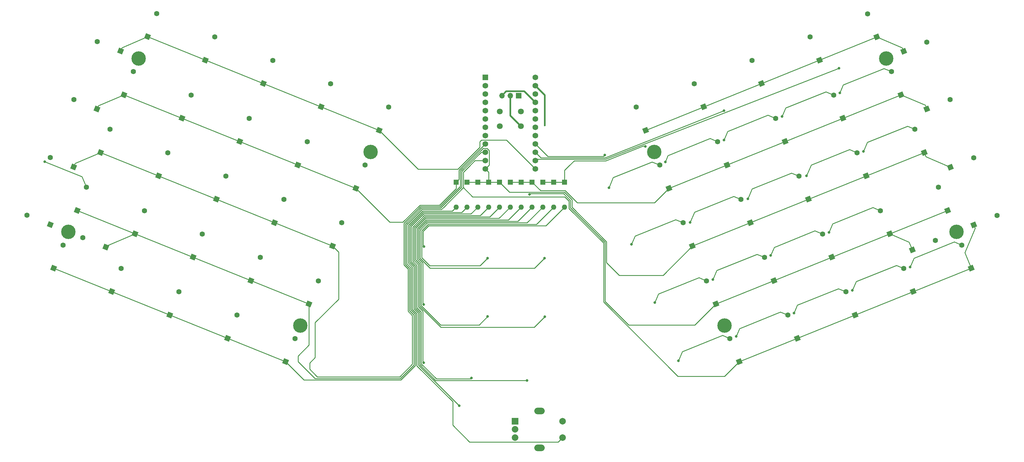
<source format=gtl>
G04 #@! TF.GenerationSoftware,KiCad,Pcbnew,8.0.2*
G04 #@! TF.CreationDate,2024-05-12T11:37:13+02:00*
G04 #@! TF.ProjectId,pterodactyl,70746572-6f64-4616-9374-796c2e6b6963,rev?*
G04 #@! TF.SameCoordinates,Original*
G04 #@! TF.FileFunction,Copper,L1,Top*
G04 #@! TF.FilePolarity,Positive*
%FSLAX46Y46*%
G04 Gerber Fmt 4.6, Leading zero omitted, Abs format (unit mm)*
G04 Created by KiCad (PCBNEW 8.0.2) date 2024-05-12 11:37:13*
%MOMM*%
%LPD*%
G01*
G04 APERTURE LIST*
G04 Aperture macros list*
%AMHorizOval*
0 Thick line with rounded ends*
0 $1 width*
0 $2 $3 position (X,Y) of the first rounded end (center of the circle)*
0 $4 $5 position (X,Y) of the second rounded end (center of the circle)*
0 Add line between two ends*
20,1,$1,$2,$3,$4,$5,0*
0 Add two circle primitives to create the rounded ends*
1,1,$1,$2,$3*
1,1,$1,$4,$5*%
%AMRotRect*
0 Rectangle, with rotation*
0 The origin of the aperture is its center*
0 $1 length*
0 $2 width*
0 $3 Rotation angle, in degrees counterclockwise*
0 Add horizontal line*
21,1,$1,$2,0,0,$3*%
G04 Aperture macros list end*
G04 #@! TA.AperFunction,ComponentPad*
%ADD10R,1.752600X1.752600*%
G04 #@! TD*
G04 #@! TA.AperFunction,ComponentPad*
%ADD11C,1.752600*%
G04 #@! TD*
G04 #@! TA.AperFunction,ComponentPad*
%ADD12RotRect,1.600000X1.600000X68.000000*%
G04 #@! TD*
G04 #@! TA.AperFunction,ComponentPad*
%ADD13HorizOval,1.600000X0.000000X0.000000X0.000000X0.000000X0*%
G04 #@! TD*
G04 #@! TA.AperFunction,ComponentPad*
%ADD14RotRect,1.600000X1.600000X112.000000*%
G04 #@! TD*
G04 #@! TA.AperFunction,ComponentPad*
%ADD15HorizOval,1.600000X0.000000X0.000000X0.000000X0.000000X0*%
G04 #@! TD*
G04 #@! TA.AperFunction,ComponentPad*
%ADD16R,1.700000X1.700000*%
G04 #@! TD*
G04 #@! TA.AperFunction,ComponentPad*
%ADD17O,1.700000X1.700000*%
G04 #@! TD*
G04 #@! TA.AperFunction,ComponentPad*
%ADD18R,1.600000X1.600000*%
G04 #@! TD*
G04 #@! TA.AperFunction,ComponentPad*
%ADD19O,1.600000X1.600000*%
G04 #@! TD*
G04 #@! TA.AperFunction,ComponentPad*
%ADD20RotRect,1.600000X1.600000X22.000000*%
G04 #@! TD*
G04 #@! TA.AperFunction,ComponentPad*
%ADD21HorizOval,1.600000X0.000000X0.000000X0.000000X0.000000X0*%
G04 #@! TD*
G04 #@! TA.AperFunction,ComponentPad*
%ADD22RotRect,1.600000X1.600000X158.000000*%
G04 #@! TD*
G04 #@! TA.AperFunction,ComponentPad*
%ADD23HorizOval,1.600000X0.000000X0.000000X0.000000X0.000000X0*%
G04 #@! TD*
G04 #@! TA.AperFunction,ComponentPad*
%ADD24C,4.400000*%
G04 #@! TD*
G04 #@! TA.AperFunction,WasherPad*
%ADD25O,3.200000X2.000000*%
G04 #@! TD*
G04 #@! TA.AperFunction,ComponentPad*
%ADD26R,2.000000X2.000000*%
G04 #@! TD*
G04 #@! TA.AperFunction,ComponentPad*
%ADD27C,2.000000*%
G04 #@! TD*
G04 #@! TA.AperFunction,ComponentPad*
%ADD28C,1.800000*%
G04 #@! TD*
G04 #@! TA.AperFunction,ViaPad*
%ADD29C,0.600000*%
G04 #@! TD*
G04 #@! TA.AperFunction,ViaPad*
%ADD30C,0.800000*%
G04 #@! TD*
G04 #@! TA.AperFunction,Conductor*
%ADD31C,0.250000*%
G04 #@! TD*
G04 #@! TA.AperFunction,Conductor*
%ADD32C,0.508000*%
G04 #@! TD*
G04 APERTURE END LIST*
D10*
X193703455Y-83071431D03*
D11*
X193703455Y-85611431D03*
X193703455Y-88151431D03*
X193703455Y-90691431D03*
X193703455Y-93231431D03*
X193703455Y-95771431D03*
X193703455Y-98311431D03*
X193703455Y-100851431D03*
X193703455Y-103391431D03*
X193703455Y-105931431D03*
X193703455Y-108471431D03*
X208943455Y-111011431D03*
X208943455Y-108471431D03*
X208943455Y-105931431D03*
X208943455Y-103391431D03*
X208943455Y-100851431D03*
X208943455Y-98311431D03*
X208943455Y-95771431D03*
X208943455Y-93231431D03*
X208943455Y-90691431D03*
X208943455Y-88151431D03*
X208943455Y-85611431D03*
X193703455Y-111011431D03*
X208943455Y-83071431D03*
D12*
X90716236Y-70674026D03*
D13*
X93570738Y-63608885D03*
D14*
X313023542Y-70744577D03*
D15*
X310169040Y-63679436D03*
D16*
X203848455Y-88640000D03*
D17*
X201308455Y-88640000D03*
X198768455Y-88640000D03*
D14*
X327472682Y-105998919D03*
D15*
X324618180Y-98933778D03*
D14*
X292146977Y-120271430D03*
D15*
X289292475Y-113206289D03*
D18*
X217823451Y-115061431D03*
D19*
X217823451Y-122681431D03*
D14*
X341745193Y-141324624D03*
D15*
X338890691Y-134259483D03*
D12*
X118883209Y-102665021D03*
D13*
X121737711Y-95599880D03*
D14*
X263976258Y-152253152D03*
D15*
X261121756Y-145188011D03*
D12*
X139940149Y-152253966D03*
D13*
X142794651Y-145188825D03*
D12*
X126041941Y-84946539D03*
D13*
X128896443Y-77881398D03*
D12*
X122277295Y-145117710D03*
D13*
X125131797Y-138052569D03*
D12*
X115159769Y-162734204D03*
D13*
X118014271Y-155669063D03*
D14*
X288756636Y-162733391D03*
D15*
X285902134Y-155668250D03*
D14*
X295537319Y-77809470D03*
D15*
X292682817Y-70744329D03*
D20*
X342578911Y-128132145D03*
D21*
X349644052Y-125277643D03*
D12*
X62171214Y-141325438D03*
D13*
X65025716Y-134260297D03*
D14*
X299301962Y-137980641D03*
D15*
X296447460Y-130915500D03*
D22*
X78055062Y-134887292D03*
D23*
X70989921Y-132032790D03*
D14*
X274484124Y-127407686D03*
D15*
X271629622Y-120342545D03*
D24*
X137287761Y-158818856D03*
D12*
X161367646Y-99219050D03*
D13*
X164222148Y-92153909D03*
D14*
X277874466Y-84945726D03*
D15*
X275019964Y-77880585D03*
D12*
X83557502Y-88392511D03*
D13*
X86412004Y-81327370D03*
D18*
X188123458Y-115061431D03*
D19*
X188123458Y-122681431D03*
D20*
X323797412Y-135720364D03*
D21*
X330862553Y-132865862D03*
D22*
X68201550Y-110424343D03*
D23*
X61136409Y-107569841D03*
D14*
X316964815Y-130844386D03*
D15*
X314110313Y-123779245D03*
D20*
X328273097Y-92724013D03*
D21*
X335338238Y-89869511D03*
D24*
X88045117Y-77285275D03*
D12*
X143704793Y-92082794D03*
D13*
X146559295Y-85017653D03*
D12*
X97496919Y-155597949D03*
D13*
X100351421Y-148532808D03*
D24*
X158696526Y-105830299D03*
D18*
X201323454Y-115061431D03*
D19*
X201323454Y-122681431D03*
D14*
X302696050Y-95527952D03*
D15*
X299841548Y-88462811D03*
D22*
X75356536Y-92715131D03*
D23*
X68291395Y-89860629D03*
D18*
X204623453Y-115061431D03*
D19*
X204623453Y-122681431D03*
D22*
X61087598Y-128031991D03*
D23*
X54022457Y-125177489D03*
D14*
X267370345Y-109800464D03*
D15*
X264515843Y-102735323D03*
D14*
X256821273Y-134543942D03*
D15*
X253966771Y-127478801D03*
D12*
X101220357Y-95528767D03*
D13*
X104074859Y-88463626D03*
D25*
X210252205Y-184951431D03*
X210252205Y-196151431D03*
D26*
X202752205Y-188051431D03*
D27*
X202752205Y-193051431D03*
X202752205Y-190551431D03*
X217252205Y-193051431D03*
X217252205Y-188051431D03*
D12*
X147095135Y-134544755D03*
D13*
X149949637Y-127479614D03*
D12*
X76443724Y-105999731D03*
D13*
X79298226Y-98934590D03*
D12*
X79834064Y-148461692D03*
D13*
X82688566Y-141396551D03*
D14*
X285033197Y-102664208D03*
D15*
X282178695Y-95599067D03*
D18*
X211223451Y-115061431D03*
D19*
X211223451Y-122681431D03*
D12*
X132822623Y-169870460D03*
D13*
X135677125Y-162805319D03*
D12*
X108379089Y-77810284D03*
D13*
X111233591Y-70745143D03*
D12*
X69288737Y-123708944D03*
D13*
X72143239Y-116643803D03*
D14*
X260211613Y-92081982D03*
D15*
X257357111Y-85016841D03*
D18*
X184823459Y-115061431D03*
D19*
X184823459Y-122681431D03*
D24*
X245219878Y-105829486D03*
D18*
X194723456Y-115061431D03*
D19*
X194723456Y-122681431D03*
D28*
X198073455Y-93521431D03*
X204573455Y-98021431D03*
X198073455Y-98021431D03*
X204573455Y-93521431D03*
D18*
X207923452Y-115061431D03*
D19*
X207923452Y-122681431D03*
D24*
X315871289Y-77284464D03*
X266628646Y-158818043D03*
D12*
X129432281Y-127408499D03*
D13*
X132286783Y-120343358D03*
D18*
X191423457Y-115061431D03*
D19*
X191423457Y-122681431D03*
D12*
X136546061Y-109801278D03*
D13*
X139400563Y-102736137D03*
D14*
X249707492Y-116936720D03*
D15*
X246852990Y-109871579D03*
D14*
X324082341Y-148460880D03*
D15*
X321227839Y-141395739D03*
D18*
X214523450Y-115061431D03*
D19*
X214523450Y-122681431D03*
D14*
X309809829Y-113135175D03*
D15*
X306955327Y-106070034D03*
D12*
X104614445Y-137981456D03*
D13*
X107468947Y-130916315D03*
D12*
X94106576Y-113135988D03*
D13*
X96961078Y-106070847D03*
D20*
X335442655Y-110469292D03*
D21*
X342507796Y-107614790D03*
D18*
X198023455Y-115061431D03*
D19*
X198023455Y-122681431D03*
D14*
X242548761Y-99218237D03*
D15*
X239694259Y-92153096D03*
D14*
X271093784Y-169869646D03*
D15*
X268239282Y-162804505D03*
D22*
X82496365Y-75043434D03*
D23*
X75431224Y-72188932D03*
D24*
X66636350Y-130273833D03*
D14*
X306419489Y-155597135D03*
D15*
X303564987Y-148531994D03*
D20*
X321170144Y-75143587D03*
D21*
X328235285Y-72289085D03*
D12*
X111769431Y-120272244D03*
D13*
X114623933Y-113207103D03*
D12*
X86951591Y-130845199D03*
D13*
X89806093Y-123780058D03*
D12*
X154208913Y-116937532D03*
D13*
X157063415Y-109872391D03*
D14*
X320358903Y-88391697D03*
D15*
X317504401Y-81326556D03*
D14*
X281639111Y-145116897D03*
D15*
X278784609Y-138051756D03*
D14*
X334627668Y-123708130D03*
D15*
X331773166Y-116642989D03*
D24*
X337280055Y-130273022D03*
D29*
X211792954Y-97737046D03*
D30*
X230100000Y-106800000D03*
X266400000Y-93200000D03*
X301500000Y-80300000D03*
X242500000Y-104200000D03*
X207200000Y-118825000D03*
X175000000Y-134700000D03*
X194423451Y-138271431D03*
X211723451Y-138271431D03*
X231344601Y-116801173D03*
X248531230Y-108886643D03*
X266427745Y-102195249D03*
X284136957Y-95040263D03*
X301715989Y-87830019D03*
X174900000Y-152400000D03*
X194423451Y-156071431D03*
X211823451Y-156171431D03*
X238219566Y-134084253D03*
X256116080Y-127392859D03*
X273695113Y-120182615D03*
X291571964Y-113175605D03*
X308945897Y-105724667D03*
X174900000Y-170200000D03*
X189489555Y-174865331D03*
X206397055Y-175590331D03*
X185719705Y-183357973D03*
X59456700Y-108815820D03*
X245374551Y-151793465D03*
X263028505Y-144768658D03*
X280662796Y-137428235D03*
X298409468Y-130365967D03*
X252566998Y-169595395D03*
X270163828Y-162162253D03*
X287780321Y-155044728D03*
X305564454Y-148075179D03*
X323180947Y-140957654D03*
D31*
X171475000Y-155788040D02*
X170125000Y-154438040D01*
X142510000Y-174540000D02*
X167587208Y-174540000D01*
X141952517Y-173982517D02*
X142510000Y-174540000D01*
X140160000Y-170259339D02*
X140160000Y-172177483D01*
X141952517Y-173970000D02*
X141952517Y-173982517D01*
X141844989Y-157925011D02*
X141844989Y-168574350D01*
X194230131Y-104730131D02*
X194904755Y-105404755D01*
X167587208Y-174540000D02*
X171475000Y-170652208D01*
X148981243Y-136430863D02*
X148981243Y-150788757D01*
X148981243Y-150788757D02*
X141844989Y-157925011D01*
X168875000Y-127646734D02*
X174000303Y-122521431D01*
X171475000Y-170652208D02*
X171475000Y-155788040D01*
X140160000Y-172177483D02*
X141952517Y-173970000D01*
X141844989Y-168574350D02*
X140160000Y-170259339D01*
X147095135Y-134544755D02*
X148981243Y-136430863D01*
X186098458Y-116350182D02*
X186098458Y-111627240D01*
X170125000Y-154438040D02*
X170125000Y-141561752D01*
X170125000Y-141561752D02*
X168875000Y-140311752D01*
X168875000Y-140311752D02*
X168875000Y-127646734D01*
X174000303Y-122521431D02*
X179927209Y-122521431D01*
X179927209Y-122521431D02*
X186098458Y-116350182D01*
X186098458Y-111627240D02*
X192995567Y-104730131D01*
X192995567Y-104730131D02*
X194230131Y-104730131D01*
X194904755Y-105404755D02*
X194904755Y-109810131D01*
X194904755Y-109810131D02*
X193703455Y-111011431D01*
X186998458Y-116722974D02*
X181060716Y-122660716D01*
X181060716Y-122660716D02*
X180300000Y-123421431D01*
X172375000Y-171025000D02*
X167950000Y-175450000D01*
X180300000Y-123421431D02*
X174373095Y-123421431D01*
X169775000Y-128019526D02*
X169775000Y-139938960D01*
X138402163Y-175450000D02*
X132822623Y-169870460D01*
X174373095Y-123421431D02*
X169775000Y-128019526D01*
X169775000Y-139938960D02*
X171025000Y-141188960D01*
X172375000Y-155415248D02*
X172375000Y-171025000D01*
X171025000Y-141188960D02*
X171025000Y-154065248D01*
X171025000Y-154065248D02*
X172375000Y-155415248D01*
X167950000Y-175450000D02*
X138402163Y-175450000D01*
X174186699Y-122971431D02*
X180113605Y-122971431D01*
X169325000Y-140125356D02*
X169325000Y-127833130D01*
X192430663Y-105931431D02*
X193703455Y-105931431D01*
X170575000Y-141375356D02*
X169325000Y-140125356D01*
X186548458Y-111813636D02*
X192430663Y-105931431D01*
X170575000Y-154251644D02*
X170575000Y-141375356D01*
X186548458Y-116536578D02*
X186548458Y-111813636D01*
X171925000Y-155601644D02*
X170575000Y-154251644D01*
X171925000Y-170838604D02*
X171925000Y-155601644D01*
X167763604Y-175000000D02*
X171925000Y-170838604D01*
X139940149Y-152253966D02*
X139940149Y-164814303D01*
X141791871Y-175000000D02*
X167763604Y-175000000D01*
X136615065Y-169823194D02*
X141791871Y-175000000D01*
X136615065Y-168139387D02*
X136615065Y-169823194D01*
X139940149Y-164814303D02*
X136615065Y-168139387D01*
X169325000Y-127833130D02*
X174186699Y-122971431D01*
X180113605Y-122971431D02*
X186548458Y-116536578D01*
D32*
X198768455Y-88640000D02*
X200072455Y-87336000D01*
X200072455Y-87336000D02*
X205588024Y-87336000D01*
X205588024Y-87336000D02*
X208943455Y-90691431D01*
X204573455Y-98021431D02*
X201338455Y-94786431D01*
X201338455Y-94786431D02*
X201338455Y-88640000D01*
X211792954Y-97737046D02*
X211792954Y-88460930D01*
X211792954Y-88460930D02*
X208943455Y-85611431D01*
D31*
X212727024Y-107175000D02*
X208943455Y-103391431D01*
X230100000Y-106800000D02*
X229725000Y-107175000D01*
X229725000Y-107175000D02*
X212727024Y-107175000D01*
X266400000Y-93200000D02*
X230200000Y-107625000D01*
X230200000Y-107625000D02*
X210637024Y-107625000D01*
X210637024Y-107625000D02*
X208943455Y-105931431D01*
X209314886Y-108100000D02*
X208943455Y-108471431D01*
X209428569Y-108471431D02*
X208943455Y-108471431D01*
X301500000Y-80300000D02*
X230300000Y-108070381D01*
X230295381Y-108075000D02*
X209825000Y-108075000D01*
X209825000Y-108075000D02*
X209428569Y-108471431D01*
X230300000Y-108070381D02*
X230295381Y-108075000D01*
X219300000Y-110000000D02*
X220775000Y-108525000D01*
X313023542Y-70744577D02*
X242548761Y-99218237D01*
X225100000Y-108525000D02*
X228200000Y-108525000D01*
X200122155Y-102190131D02*
X208943455Y-111011431D01*
X173248596Y-111100000D02*
X185352906Y-111100000D01*
X217823451Y-111476549D02*
X219300000Y-110000000D01*
X192000000Y-102700000D02*
X192509869Y-102190131D01*
X211223451Y-115061431D02*
X217823451Y-115061431D01*
X185352906Y-111100000D02*
X192000000Y-104452906D01*
X220775000Y-108525000D02*
X225100000Y-108525000D01*
X228200000Y-108525000D02*
X230400000Y-108525000D01*
X320711265Y-74007822D02*
X313023542Y-70744577D01*
X217823451Y-115061431D02*
X217823451Y-111476549D01*
X230400000Y-108525000D02*
X241909821Y-104025180D01*
X82925641Y-73980937D02*
X90716236Y-70674026D01*
X90716236Y-70674026D02*
X161367646Y-99219050D01*
X161367646Y-99219050D02*
X173248596Y-111100000D01*
X241909821Y-104025180D02*
X242500000Y-104200000D01*
X82496365Y-75043434D02*
X82925641Y-73980937D01*
X321170144Y-75143587D02*
X320711265Y-74007822D01*
X192000000Y-104452906D02*
X192000000Y-102700000D01*
X192509869Y-102190131D02*
X200122155Y-102190131D01*
X173813907Y-122071431D02*
X179740813Y-122071431D01*
X184823459Y-116988785D02*
X184823459Y-115061431D01*
X154208913Y-116937532D02*
X164571381Y-127300000D01*
X249707492Y-116936720D02*
X245286271Y-121357941D01*
X75766910Y-91699422D02*
X83557502Y-88392511D01*
X185648458Y-114236432D02*
X185648458Y-111440844D01*
X210512021Y-117650000D02*
X207923452Y-115061431D01*
X221694337Y-121357941D02*
X217986396Y-117650000D01*
X75356536Y-92715131D02*
X75766910Y-91699422D01*
X201323454Y-115061431D02*
X207923452Y-115061431D01*
X245286271Y-121357941D02*
X221694337Y-121357941D01*
X83557502Y-88392511D02*
X154208913Y-116937532D01*
X320358903Y-88391697D02*
X249707492Y-116936720D01*
X328273097Y-92724013D02*
X327798634Y-91549675D01*
X168585338Y-127300000D02*
X173813907Y-122071431D01*
X164571381Y-127300000D02*
X168585338Y-127300000D01*
X193697871Y-103391431D02*
X193703455Y-103391431D01*
X327798634Y-91549675D02*
X320358903Y-88391697D01*
X184823459Y-115061431D02*
X185648458Y-114236432D01*
X217986396Y-117650000D02*
X210512021Y-117650000D01*
X185648458Y-111440844D02*
X193697871Y-103391431D01*
X179740813Y-122071431D02*
X184823459Y-116988785D01*
X230200000Y-133463604D02*
X225318198Y-128581802D01*
X263976258Y-152253152D02*
X257529410Y-158700000D01*
X69288737Y-123708944D02*
X139940149Y-152253966D01*
X78184653Y-134566543D02*
X86951591Y-130845199D01*
X219650000Y-120650000D02*
X217550000Y-118550000D01*
X322833938Y-133335680D02*
X316964815Y-130844386D01*
X217200000Y-118550000D02*
X207700000Y-118550000D01*
X217550000Y-118550000D02*
X217200000Y-118550000D01*
X139940149Y-152253966D02*
X140053966Y-152253966D01*
X219650000Y-122913604D02*
X219650000Y-120650000D01*
X225318198Y-128581802D02*
X219650000Y-122913604D01*
X334627668Y-123708130D02*
X263976258Y-152253152D01*
X77901646Y-135267010D02*
X78184653Y-134566543D01*
X323797412Y-135720364D02*
X322833938Y-133335680D01*
X257529410Y-158700000D02*
X237400000Y-158700000D01*
X207700000Y-118550000D02*
X207475000Y-118550000D01*
X207475000Y-118550000D02*
X207200000Y-118825000D01*
X230200000Y-151500000D02*
X230200000Y-141900000D01*
X230200000Y-135200000D02*
X230200000Y-133463604D01*
X237400000Y-158700000D02*
X230200000Y-151500000D01*
X230200000Y-141900000D02*
X230200000Y-135200000D01*
X341745193Y-141324624D02*
X271093784Y-169869646D01*
X190528569Y-108471431D02*
X193703455Y-108471431D01*
X219200000Y-120836396D02*
X217913604Y-119550000D01*
X229750000Y-133650000D02*
X219200000Y-123100000D01*
X186998458Y-112501542D02*
X187000000Y-112500000D01*
X186998458Y-116722974D02*
X186998458Y-112501542D01*
X189825484Y-119550000D02*
X186998458Y-116722974D01*
X271093784Y-169869646D02*
X266616932Y-174346498D01*
X188849245Y-110149245D02*
X188850755Y-110149245D01*
X217913604Y-119550000D02*
X189825484Y-119550000D01*
X342578911Y-128132145D02*
X342972248Y-129105689D01*
X188850755Y-110149245D02*
X190528569Y-108471431D01*
X229750000Y-151686396D02*
X229750000Y-133650000D01*
X219200000Y-123100000D02*
X219200000Y-120836396D01*
X187000000Y-112500000D02*
X187000000Y-111998490D01*
X339814270Y-136545420D02*
X341745193Y-141324624D01*
X342972248Y-129105689D02*
X339814270Y-136545420D01*
X252410102Y-174346498D02*
X229750000Y-151686396D01*
X266616932Y-174346498D02*
X252410102Y-174346498D01*
X187000000Y-111998490D02*
X188849245Y-110149245D01*
X62171214Y-141325438D02*
X132822623Y-169870460D01*
X212133451Y-128371431D02*
X217823451Y-122681431D01*
X175000000Y-134700000D02*
X174725000Y-134425000D01*
X174725000Y-134425000D02*
X174725000Y-130075000D01*
X174725000Y-130075000D02*
X176423451Y-128376549D01*
X176423451Y-128376549D02*
X176423451Y-128371431D01*
X176423451Y-128371431D02*
X212133451Y-128371431D01*
X192123451Y-140571431D02*
X188423451Y-140571431D01*
X188423451Y-140571431D02*
X176771431Y-140571431D01*
X194423451Y-138271431D02*
X192123451Y-140571431D01*
X174275000Y-129883486D02*
X176237055Y-127921431D01*
X176771431Y-140571431D02*
X174275000Y-138075000D01*
X209283450Y-127921431D02*
X214523450Y-122681431D01*
X174275000Y-138075000D02*
X174275000Y-129883486D01*
X176237055Y-127921431D02*
X209283450Y-127921431D01*
X176860035Y-141296431D02*
X173825000Y-138261396D01*
X173825000Y-138261396D02*
X173825000Y-129697090D01*
X211723451Y-138271431D02*
X208698451Y-141296431D01*
X189523451Y-141296431D02*
X176860035Y-141296431D01*
X206433451Y-127471431D02*
X211223451Y-122681431D01*
X208698451Y-141296431D02*
X189523451Y-141296431D01*
X173825000Y-129697090D02*
X176050659Y-127471431D01*
X176050659Y-127471431D02*
X206433451Y-127471431D01*
X231344601Y-116801173D02*
X232673550Y-113670367D01*
X232673550Y-113670367D02*
X244523388Y-108882721D01*
X244523388Y-108882721D02*
X246852990Y-109871579D01*
X262186241Y-101746465D02*
X249362859Y-106927448D01*
X249362859Y-106927448D02*
X248531230Y-108886643D01*
X264515843Y-102735323D02*
X262186241Y-101746465D01*
X266427745Y-102195249D02*
X267535663Y-99585159D01*
X279849092Y-94610210D02*
X282178695Y-95599067D01*
X267535663Y-99585159D02*
X279849092Y-94610210D01*
X284136957Y-95040263D02*
X285244874Y-92430173D01*
X285244874Y-92430173D02*
X297511946Y-87473954D01*
X297511946Y-87473954D02*
X299841548Y-88462812D01*
X302768649Y-85350108D02*
X315174798Y-80337698D01*
X315174798Y-80337698D02*
X317504400Y-81326556D01*
X301715989Y-87830019D02*
X302768649Y-85350108D01*
X175864263Y-127021431D02*
X203583452Y-127021431D01*
X174625000Y-152125000D02*
X174625000Y-139697792D01*
X174625000Y-139697792D02*
X173375000Y-138447792D01*
X174900000Y-152400000D02*
X174625000Y-152125000D01*
X173375000Y-138447792D02*
X173375000Y-129510694D01*
X203583452Y-127021431D02*
X207923452Y-122681431D01*
X173375000Y-129510694D02*
X175864263Y-127021431D01*
X191823451Y-158671431D02*
X194423451Y-156071431D01*
X180085955Y-158671431D02*
X191823451Y-158671431D01*
X174175000Y-152760476D02*
X180085955Y-158671431D01*
X172925000Y-129324298D02*
X172925000Y-138634188D01*
X174175000Y-139884188D02*
X174175000Y-152760476D01*
X200733453Y-126571431D02*
X175677867Y-126571431D01*
X172925000Y-138634188D02*
X174175000Y-139884188D01*
X175677867Y-126571431D02*
X172925000Y-129324298D01*
X204623453Y-122681431D02*
X200733453Y-126571431D01*
X173725000Y-140070584D02*
X172475000Y-138820584D01*
X172475000Y-138820584D02*
X172475000Y-129137902D01*
X173725000Y-152946872D02*
X173725000Y-140070584D01*
X197883454Y-126121431D02*
X201323454Y-122681431D01*
X175491471Y-126121431D02*
X197883454Y-126121431D01*
X180174559Y-159396431D02*
X173725000Y-152946872D01*
X211823451Y-156171431D02*
X208598451Y-159396431D01*
X172475000Y-129137902D02*
X175491471Y-126121431D01*
X208598451Y-159396431D02*
X180174559Y-159396431D01*
X170225000Y-139752564D02*
X170225000Y-128205922D01*
X171475000Y-153878852D02*
X171475000Y-141002564D01*
X183633459Y-123871431D02*
X184823459Y-122681431D01*
X215927205Y-194376431D02*
X188909705Y-194376431D01*
X172825000Y-171099664D02*
X172825000Y-155228852D01*
X188909705Y-194376431D02*
X183760109Y-189226835D01*
X172825000Y-155228852D02*
X171475000Y-153878852D01*
X183760109Y-182034773D02*
X172825000Y-171099664D01*
X171475000Y-141002564D02*
X170225000Y-139752564D01*
X183760109Y-189226835D02*
X183760109Y-182034773D01*
X217252205Y-193051431D02*
X215927205Y-194376431D01*
X174559491Y-123871431D02*
X183633459Y-123871431D01*
X170225000Y-128205922D02*
X174559491Y-123871431D01*
X251715274Y-126523097D02*
X253966770Y-127478801D01*
X238219566Y-134084253D02*
X239299854Y-131539253D01*
X239299854Y-131539253D02*
X251715274Y-126523097D01*
X269378126Y-119386842D02*
X271629622Y-120342545D01*
X257472658Y-124196963D02*
X269378126Y-119386842D01*
X256116080Y-127392859D02*
X257472658Y-124196963D01*
X287040980Y-112250587D02*
X289292475Y-113206289D01*
X274996432Y-117116900D02*
X287040980Y-112250587D01*
X273695113Y-120182615D02*
X274996432Y-117116900D01*
X292983799Y-109849531D02*
X304703831Y-105114331D01*
X304703831Y-105114331D02*
X306955327Y-106070034D01*
X291571964Y-113175605D02*
X292983799Y-109849531D01*
X310136701Y-102919309D02*
X322366684Y-97978075D01*
X322366684Y-97978075D02*
X324618180Y-98933778D01*
X308945897Y-105724667D02*
X310136701Y-102919309D01*
X174900000Y-170200000D02*
X174625000Y-169925000D01*
X174625000Y-169925000D02*
X174625000Y-154483268D01*
X175305075Y-125671431D02*
X195033455Y-125671431D01*
X173275000Y-153133268D02*
X173275000Y-140256980D01*
X195033455Y-125671431D02*
X198023455Y-122681431D01*
X172025000Y-139006980D02*
X172025000Y-128951506D01*
X172025000Y-128951506D02*
X175305075Y-125671431D01*
X173275000Y-140256980D02*
X172025000Y-139006980D01*
X174625000Y-154483268D02*
X173275000Y-153133268D01*
X171575000Y-139193376D02*
X171575000Y-128765110D01*
X174175000Y-154669664D02*
X172825000Y-153319664D01*
X189259669Y-175140331D02*
X178774855Y-175140331D01*
X189489555Y-174865331D02*
X189489555Y-174910445D01*
X189489555Y-174910445D02*
X189259669Y-175140331D01*
X171575000Y-128765110D02*
X175118679Y-125221431D01*
X178774855Y-175140331D02*
X174175000Y-170540476D01*
X175118679Y-125221431D02*
X192183456Y-125221431D01*
X172825000Y-140443376D02*
X171575000Y-139193376D01*
X172825000Y-153319664D02*
X172825000Y-140443376D01*
X174175000Y-170540476D02*
X174175000Y-154669664D01*
X192183456Y-125221431D02*
X194723456Y-122681431D01*
X171125000Y-139379772D02*
X171125000Y-128578714D01*
X189333457Y-124771431D02*
X191423457Y-122681431D01*
X173725000Y-154856060D02*
X172375000Y-153506060D01*
X174932283Y-124771431D02*
X189333457Y-124771431D01*
X178588459Y-175590331D02*
X173725000Y-170726872D01*
X206397055Y-175590331D02*
X178588459Y-175590331D01*
X172375000Y-153506060D02*
X172375000Y-140629772D01*
X172375000Y-140629772D02*
X171125000Y-139379772D01*
X171125000Y-128578714D02*
X174932283Y-124771431D01*
X173725000Y-170726872D02*
X173725000Y-154856060D01*
X174745887Y-124321431D02*
X170675000Y-128392318D01*
X186483458Y-124321431D02*
X174745887Y-124321431D01*
X173275000Y-170913268D02*
X185719705Y-183357973D01*
X173275000Y-155042456D02*
X173275000Y-170913268D01*
X171925000Y-153692456D02*
X173275000Y-155042456D01*
X188123458Y-122681431D02*
X186483458Y-124321431D01*
X170675000Y-128392318D02*
X170675000Y-139566168D01*
X170675000Y-139566168D02*
X171925000Y-140816168D01*
X171925000Y-140816168D02*
X171925000Y-153692456D01*
X70758747Y-113382143D02*
X72143240Y-116643803D01*
X59456700Y-108815820D02*
X70758747Y-113382143D01*
X246482469Y-149183375D02*
X258805172Y-144204680D01*
X245374551Y-151793465D02*
X246482469Y-149183375D01*
X258805172Y-144204680D02*
X261121756Y-145188011D01*
X264191680Y-142028390D02*
X276468025Y-137068425D01*
X276468025Y-137068425D02*
X278784608Y-138051756D01*
X263028505Y-144768658D02*
X264191680Y-142028390D01*
X281715455Y-134948324D02*
X294130876Y-129932169D01*
X294130876Y-129932169D02*
X296447460Y-130915501D01*
X280662796Y-137428235D02*
X281715455Y-134948324D01*
X298409468Y-130365967D02*
X299517385Y-127755878D01*
X311793729Y-122795913D02*
X314110313Y-123779245D01*
X299517385Y-127755878D02*
X311793729Y-122795913D01*
X253757802Y-166790036D02*
X265987785Y-161848802D01*
X252566998Y-169595395D02*
X253757802Y-166790036D01*
X265987785Y-161848802D02*
X268239282Y-162804506D01*
X283650638Y-154712547D02*
X285902134Y-155668250D01*
X271188859Y-159747432D02*
X283650638Y-154712547D01*
X270163828Y-162162253D02*
X271188859Y-159747432D01*
X288805352Y-152629907D02*
X301313490Y-147576291D01*
X287780321Y-155044728D02*
X288805352Y-152629907D01*
X301313490Y-147576291D02*
X303564986Y-148531994D01*
X318976343Y-140440035D02*
X321227839Y-141395739D01*
X306700000Y-145400000D02*
X318976343Y-140440035D01*
X305564454Y-148075179D02*
X306700000Y-145400000D01*
X324316493Y-138282474D02*
X336639195Y-133303780D01*
X323180947Y-140957654D02*
X324316493Y-138282474D01*
X336639195Y-133303780D02*
X338890691Y-134259483D01*
X201062024Y-118100000D02*
X198023455Y-115061431D01*
X188123458Y-115061431D02*
X198023455Y-115061431D01*
X327472682Y-105998919D02*
X256821273Y-134543942D01*
X76443724Y-105999731D02*
X147095135Y-134544755D01*
X220100000Y-122727208D02*
X220100000Y-120400000D01*
X193703455Y-111011431D02*
X194723456Y-112031432D01*
X68653131Y-109306642D02*
X76443724Y-105999731D01*
X247865215Y-143500000D02*
X234500000Y-143500000D01*
X234500000Y-143500000D02*
X230650000Y-139650000D01*
X328002924Y-107311314D02*
X335442655Y-110469292D01*
X230650000Y-139650000D02*
X230650000Y-133277208D01*
X230650000Y-133277208D02*
X220100000Y-122727208D01*
X194723456Y-112031432D02*
X194723456Y-115061431D01*
X217800000Y-118100000D02*
X201062024Y-118100000D01*
X327472682Y-105998919D02*
X328002924Y-107311314D01*
X256821273Y-134543942D02*
X247865215Y-143500000D01*
X68201550Y-110424343D02*
X68653131Y-109306642D01*
X220100000Y-120400000D02*
X217800000Y-118100000D01*
M02*

</source>
